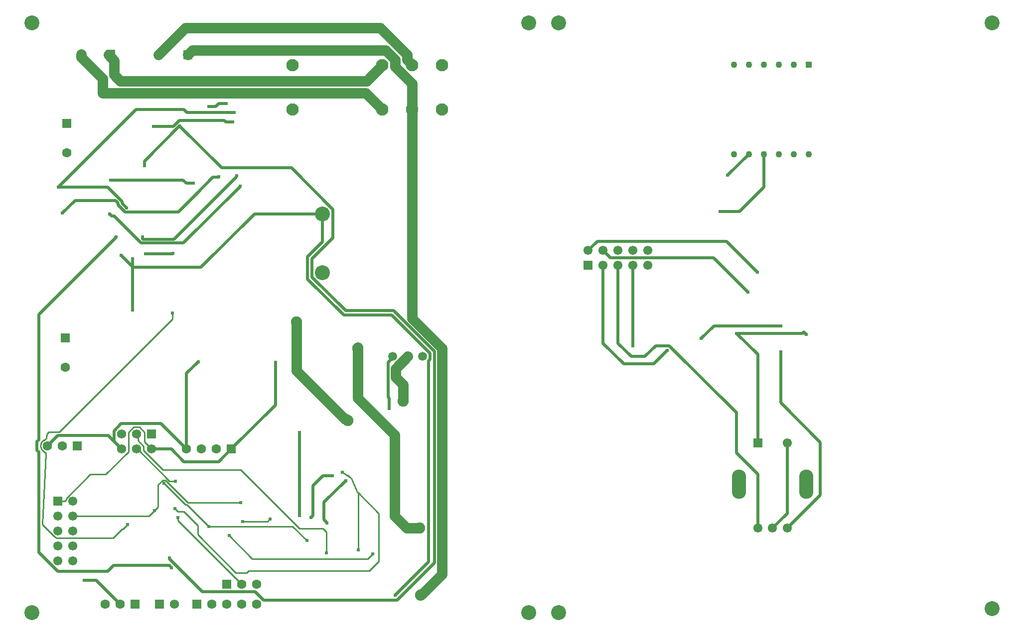
<source format=gbl>
G04*
G04 #@! TF.GenerationSoftware,Altium Limited,Altium Designer,23.2.1 (34)*
G04*
G04 Layer_Physical_Order=2*
G04 Layer_Color=16711680*
%FSLAX25Y25*%
%MOIN*%
G70*
G04*
G04 #@! TF.SameCoordinates,A037187A-46A6-4B3A-B22B-D3DDD371AF81*
G04*
G04*
G04 #@! TF.FilePolarity,Positive*
G04*
G01*
G75*
%ADD35C,0.06102*%
%ADD36R,0.06102X0.06102*%
G04:AMPARAMS|DCode=37|XSize=94.49mil|YSize=196.85mil|CornerRadius=47.24mil|HoleSize=0mil|Usage=FLASHONLY|Rotation=0.000|XOffset=0mil|YOffset=0mil|HoleType=Round|Shape=RoundedRectangle|*
%AMROUNDEDRECTD37*
21,1,0.09449,0.10236,0,0,0.0*
21,1,0.00000,0.19685,0,0,0.0*
1,1,0.09449,0.00000,-0.05118*
1,1,0.09449,0.00000,-0.05118*
1,1,0.09449,0.00000,0.05118*
1,1,0.09449,0.00000,0.05118*
%
%ADD37ROUNDEDRECTD37*%
%ADD43R,0.06181X0.06181*%
%ADD44C,0.06181*%
%ADD60C,0.02000*%
%ADD61C,0.07000*%
%ADD62C,0.00900*%
%ADD63C,0.04331*%
%ADD64R,0.04331X0.04331*%
%ADD65C,0.10000*%
%ADD66C,0.08268*%
%ADD67R,0.06102X0.06102*%
%ADD68R,0.06299X0.06299*%
%ADD69C,0.06299*%
%ADD70R,0.06299X0.06299*%
%ADD71C,0.05980*%
%ADD72C,0.02400*%
%ADD73C,0.07500*%
D35*
X515343Y123559D02*
D03*
X495657Y66472D02*
D03*
X505500D02*
D03*
X515343D02*
D03*
X392142Y242500D02*
D03*
X402142D02*
D03*
X412142D02*
D03*
X422142D02*
D03*
X382142Y252500D02*
D03*
X392142D02*
D03*
X402142D02*
D03*
X412142D02*
D03*
X422142D02*
D03*
X37500Y44500D02*
D03*
Y54500D02*
D03*
Y64500D02*
D03*
Y74500D02*
D03*
Y84500D02*
D03*
X27500Y44500D02*
D03*
Y54500D02*
D03*
Y64500D02*
D03*
Y74500D02*
D03*
D36*
X495657Y123559D02*
D03*
X382142Y242500D02*
D03*
D37*
X483059Y96000D02*
D03*
X527941D02*
D03*
D43*
X90000Y129500D02*
D03*
X95500Y15500D02*
D03*
D44*
X80000Y129500D02*
D03*
X70000D02*
D03*
X90000Y119500D02*
D03*
X80000D02*
D03*
X70000D02*
D03*
X105500Y15500D02*
D03*
D60*
X505500Y66472D02*
X515343Y76315D01*
Y123559D01*
X481500Y197000D02*
X495657Y182843D01*
Y123559D02*
Y182843D01*
X104540Y335500D02*
X108540Y339500D01*
X91454Y335500D02*
X104540D01*
X133000Y349000D02*
X135000Y351000D01*
X128500Y349000D02*
X133000D01*
X135000Y351000D02*
X139392D01*
X108000Y278300D02*
X120000Y290300D01*
X69700Y249100D02*
X77400Y241400D01*
X474700Y258600D02*
X495500Y237800D01*
X388242Y258600D02*
X474700D01*
X382142Y252500D02*
X388242Y258600D01*
X465900Y247700D02*
X489100Y224500D01*
X396942Y247700D02*
X465900D01*
X392142Y252500D02*
X396942Y247700D01*
X475500Y302858D02*
X489642Y317000D01*
X470500Y278400D02*
X483200D01*
X499642Y294842D01*
Y317000D01*
X90000Y119500D02*
X103209D01*
X111709Y111000D01*
X135000D01*
X143500Y119500D01*
X173000Y149000D01*
Y177400D01*
X108540Y339500D02*
X138800D01*
X139800Y338500D01*
X144200D01*
X20500Y121500D02*
X27500Y128500D01*
X61000D01*
X64909Y124591D01*
Y131609D01*
X96509Y136491D02*
X113500Y119500D01*
X64909Y124591D02*
X70000Y119500D01*
X64909Y131609D02*
X69791Y136491D01*
X96509D01*
X113500Y119500D02*
Y170100D01*
X121200Y177800D01*
X207000Y70500D02*
X207077Y70125D01*
X207000Y70500D02*
Y70608D01*
X205500Y72108D02*
X207000Y70608D01*
X205500Y72108D02*
Y83800D01*
X220000Y98300D01*
X249000Y146464D02*
Y153529D01*
X248300Y154229D02*
X249000Y153529D01*
X248300Y154229D02*
Y177638D01*
X251264Y180602D01*
Y181500D01*
X402142Y190158D02*
Y242500D01*
Y190158D02*
X410899Y181401D01*
X419963D01*
X427262Y188700D01*
X436325D01*
X481300Y143725D01*
Y117000D02*
Y143725D01*
Y117000D02*
X495657Y102643D01*
Y66472D02*
Y102643D01*
X412000Y188500D02*
X412077Y188577D01*
Y190935D01*
X412142Y191000D01*
Y242500D01*
X457700Y193500D02*
X466200Y202000D01*
X511000D01*
Y150500D02*
Y184500D01*
Y150500D02*
X537500Y124000D01*
Y88630D02*
Y124000D01*
X515343Y66472D02*
X537500Y88630D01*
X392142Y190258D02*
Y242500D01*
Y190258D02*
X405900Y176500D01*
X426000D01*
X435000Y185500D01*
X481500Y197000D02*
X525300D01*
X526300Y198000D01*
X528000Y196300D01*
X149000Y295000D02*
X149500D01*
X111500Y257500D02*
X149000Y295000D01*
X83182Y257500D02*
X111500D01*
X65000Y275682D02*
X83182Y257500D01*
X63427Y275682D02*
X65000D01*
X62108Y277000D02*
X63427Y275682D01*
X83923Y261431D02*
X84000Y260500D01*
X84500Y260000D01*
X105000D01*
X146700Y301700D01*
X30392Y277500D02*
X30500D01*
X39000Y286000D01*
X66036D01*
X67747Y284288D01*
Y282934D02*
Y284288D01*
Y282934D02*
X72382Y278300D01*
X108000D01*
X131123Y301423D02*
X134923D01*
X120000Y290300D02*
X131123Y301423D01*
X113596Y345000D02*
X145500D01*
X111596Y347000D02*
X113596Y345000D01*
X79800Y347000D02*
X111596D01*
X27700Y294900D02*
X79800Y347000D01*
X27700Y294900D02*
X60671D01*
X70247Y285324D01*
Y284253D02*
Y285324D01*
Y284253D02*
X73500Y281000D01*
X53000Y31500D02*
X69000Y15500D01*
X45000Y31500D02*
X53000D01*
X113300Y297500D02*
X118000D01*
X62800Y299700D02*
X111100D01*
X113300Y297500D01*
X189000Y75000D02*
Y130500D01*
X86000Y250300D02*
X104192D01*
X101971Y46029D02*
X124150Y23850D01*
X159432D01*
X164983Y18300D01*
X254325D01*
X279333Y43307D01*
Y184810D01*
X252059Y212084D02*
X279333Y184810D01*
X220017Y212084D02*
X252059D01*
X197500Y234601D02*
X220017Y212084D01*
X197500Y234601D02*
Y246910D01*
X211500Y260910D01*
Y279769D01*
X183523Y307746D02*
X211500Y279769D01*
X136854Y307746D02*
X183523D01*
X108800Y335800D02*
X136854Y307746D01*
X85200Y312200D02*
X108800Y335800D01*
X85200Y309200D02*
Y312200D01*
X66000Y261000D02*
X66077Y261431D01*
X14558Y209558D02*
X66000Y261000D01*
X14558Y125508D02*
Y209558D01*
X13450Y124401D02*
X14558Y125508D01*
X13450Y118599D02*
Y124401D01*
Y118599D02*
X14558Y117492D01*
Y50299D02*
Y117492D01*
Y50299D02*
X27357Y37500D01*
X60729D01*
X64729Y41500D01*
X102000D01*
X103500Y40000D01*
X198000Y74900D02*
Y95000D01*
X204700Y101700D01*
X196600Y73500D02*
X198000Y74900D01*
X204700Y101700D02*
X210900D01*
X123100Y241100D02*
X158870Y276870D01*
X204500D01*
X77700Y241100D02*
X123100D01*
X77400Y241400D02*
Y246900D01*
Y241400D02*
X77700Y241100D01*
X77400Y212400D02*
Y241400D01*
X204500Y258153D02*
Y276870D01*
X194500Y248153D02*
X204500Y258153D01*
X194500Y233358D02*
Y248153D01*
Y233358D02*
X218774Y209084D01*
X250816D01*
X276333Y183567D01*
Y179433D02*
Y183567D01*
X275350Y178450D02*
X276333Y179433D01*
X275350Y43850D02*
Y178450D01*
X253000Y21500D02*
X275350Y43850D01*
D61*
X270000Y22000D02*
X271500Y22500D01*
X270000Y22000D02*
Y22135D01*
X271500Y22500D02*
X284433Y35433D01*
X220269Y139596D02*
X221365Y138500D01*
X201699Y157301D02*
X219404Y139596D01*
X221365Y138500D02*
X221500D01*
X219404Y139596D02*
X220269D01*
X201699Y157301D02*
X201699D01*
X187000Y172000D02*
X201699Y157301D01*
X187000Y172000D02*
Y204500D01*
X61185Y383500D02*
X65000Y379685D01*
X253300Y173300D02*
X261500Y181500D01*
X253300Y167501D02*
Y173300D01*
Y167501D02*
X258404Y162397D01*
Y152096D02*
Y162397D01*
X284433Y35433D02*
Y186922D01*
X264343Y207012D02*
X284433Y186922D01*
X264343Y207012D02*
Y347000D01*
Y364317D01*
X253134Y375526D02*
X264343Y364317D01*
X253134Y375526D02*
Y380104D01*
X246838Y386400D02*
X253134Y380104D01*
X117243Y386400D02*
X246838D01*
X114343Y383500D02*
X117243Y386400D01*
X65000Y370101D02*
Y379685D01*
Y370101D02*
X69101Y366000D01*
X233972D01*
X244500Y376528D01*
X227900Y187000D02*
X227996Y187496D01*
X227900Y153600D02*
Y187000D01*
Y153600D02*
X252600Y128900D01*
Y74702D02*
Y128900D01*
Y74702D02*
X260707Y66596D01*
X269404D01*
X264343Y376528D02*
Y376871D01*
X261134Y380079D02*
X264343Y376871D01*
X261134Y380079D02*
Y383418D01*
X243051Y401500D02*
X261134Y383418D01*
X112657Y401500D02*
X243051D01*
X94657Y383500D02*
X112657Y401500D01*
X233500Y358000D02*
X244500Y347000D01*
X57500Y358000D02*
X233500D01*
X57500D02*
Y367500D01*
X43000Y382000D02*
X57500Y367500D01*
X43000Y382000D02*
Y384000D01*
D62*
X223618Y99885D02*
G03*
X221694Y101868I-3618J-1585D01*
G01*
X23437Y62563D02*
G03*
X25563Y60437I4063J1937D01*
G01*
X17986Y125352D02*
G03*
X18296Y117463I2514J-3852D01*
G01*
X19338Y116401D02*
G03*
X19338Y116402I-900J1D01*
G01*
X19336Y116354D02*
G03*
X19337Y116365I-899J48D01*
G01*
X228200Y90100D02*
X242000Y76300D01*
X223618Y99885D02*
X223618D01*
X217615Y103805D02*
X223618Y99885D01*
X88310Y74500D02*
X92110Y78300D01*
X25563Y60437D02*
X26001Y59999D01*
X23437Y62563D02*
X25563Y60437D01*
X17986Y125352D02*
X19310Y126216D01*
X19338Y116401D02*
X19338Y116774D01*
X19336Y116354D02*
X19338Y116381D01*
X17139Y68861D02*
X23437Y62563D01*
X27500Y84500D02*
X31901D01*
X32999Y85598D01*
Y86364D01*
X49086Y102451D01*
X59373D01*
X74541Y117619D01*
Y130462D01*
X78119Y134041D01*
X81881D01*
X85435Y130486D01*
Y124065D02*
Y130486D01*
Y124065D02*
X90000Y119500D01*
X113700Y82300D02*
X128500Y67500D01*
X184500D01*
X193900Y58100D01*
X98241Y96241D02*
X98500Y96500D01*
X112700Y82300D01*
X113700D01*
X142000Y61500D02*
X157500Y46000D01*
X234800D01*
X238000Y49200D01*
X80000Y129500D02*
X80862Y128638D01*
Y125059D02*
Y128638D01*
Y125059D02*
X84565Y121356D01*
Y118514D02*
Y121356D01*
Y118514D02*
X97560Y105518D01*
X149582D01*
X189000Y66100D01*
X204800D01*
X206900Y64000D01*
Y50000D02*
Y64000D01*
X105600Y79500D02*
X107650Y77450D01*
X111750D01*
X120959Y68241D01*
Y62079D02*
Y68241D01*
Y62079D02*
X146356Y36681D01*
X153831D01*
X155100Y37950D01*
X235650D01*
X242000Y44300D01*
Y76300D01*
X223618Y99885D02*
X227673Y90627D01*
X228200Y52000D02*
Y90100D01*
X227673Y90627D02*
X228200Y90100D01*
X217615Y103805D02*
X223618Y99885D01*
X107800Y71700D02*
X150500Y29000D01*
X107800Y71700D02*
Y73500D01*
X80000Y119500D02*
X80520D01*
X102020Y98000D01*
X106000D01*
X37500Y74500D02*
X88310D01*
X94500Y80690D02*
Y95541D01*
X97609Y98650D01*
X99391D01*
X114341Y83700D02*
X149800D01*
X92110Y78300D02*
X94500Y80690D01*
X99391Y98650D02*
X114341Y83700D01*
X17139Y69255D02*
X19336Y116354D01*
X17139Y68861D02*
Y69255D01*
X19338Y116381D02*
Y116774D01*
X19074Y117038D02*
X19338Y116774D01*
X18296Y117463D02*
X19074Y117038D01*
X26001Y59999D02*
X64499D01*
X70500Y66000D01*
X71000D01*
X74000Y69000D01*
X19310Y126216D02*
X19821Y126726D01*
X19948Y129448D01*
X21450Y130950D01*
X28450D01*
X104000Y206500D01*
Y210500D01*
X151094Y71000D02*
X167594D01*
X169094Y72500D01*
D63*
X529642Y317000D02*
D03*
X519642D02*
D03*
X509642D02*
D03*
X499642D02*
D03*
X489642D02*
D03*
X479642D02*
D03*
Y377000D02*
D03*
X489642D02*
D03*
X499642D02*
D03*
X509642D02*
D03*
X519642D02*
D03*
D64*
X529642D02*
D03*
D65*
X204500Y237500D02*
D03*
Y276870D02*
D03*
X10000Y405000D02*
D03*
X342500D02*
D03*
X362500D02*
D03*
X652500D02*
D03*
Y12500D02*
D03*
X362500Y10000D02*
D03*
X342500D02*
D03*
X10000D02*
D03*
D66*
X184421Y347000D02*
D03*
X244500D02*
D03*
X264343D02*
D03*
X284185D02*
D03*
Y376528D02*
D03*
X264343D02*
D03*
X244500D02*
D03*
X184421D02*
D03*
D67*
X27500Y84500D02*
D03*
D68*
X40500Y121500D02*
D03*
X120500Y15500D02*
D03*
X79000D02*
D03*
X143500Y119500D02*
D03*
X140500Y29000D02*
D03*
X62685Y384000D02*
D03*
X114343Y383500D02*
D03*
D69*
X30500Y121500D02*
D03*
X20500D02*
D03*
X140500Y15500D02*
D03*
X130500D02*
D03*
X150500D02*
D03*
X160500D02*
D03*
X32500Y174157D02*
D03*
X69000Y15500D02*
D03*
X59000D02*
D03*
X133500Y119500D02*
D03*
X123500D02*
D03*
X113500D02*
D03*
X150500Y29000D02*
D03*
X160500D02*
D03*
X33500Y318000D02*
D03*
X43000Y384000D02*
D03*
X94657Y383500D02*
D03*
D70*
X32500Y193843D02*
D03*
X33500Y337685D02*
D03*
D71*
X271343Y181500D02*
D03*
X261500D02*
D03*
X251264D02*
D03*
D72*
X102000Y46500D02*
D03*
X98500Y96500D02*
D03*
X207500Y70000D02*
D03*
X91500Y335500D02*
D03*
X30500Y277500D02*
D03*
X104500Y250500D02*
D03*
X62000Y277000D02*
D03*
X84000Y261500D02*
D03*
X66500D02*
D03*
X149500Y295500D02*
D03*
X147000Y302500D02*
D03*
X135000Y302000D02*
D03*
X140000Y351000D02*
D03*
X128500Y349000D02*
D03*
X169500Y72500D02*
D03*
X151000Y71000D02*
D03*
X495500Y237800D02*
D03*
X489100Y224500D02*
D03*
X475500Y302858D02*
D03*
X470500Y278400D02*
D03*
X173000Y177400D02*
D03*
X144200Y338500D02*
D03*
X193900Y58100D02*
D03*
X128500Y67500D02*
D03*
X121200Y177800D02*
D03*
X220000Y98300D02*
D03*
X249000Y146464D02*
D03*
X412000Y188500D02*
D03*
X457700Y193500D02*
D03*
X511000Y202000D02*
D03*
Y184500D02*
D03*
X435000Y185500D02*
D03*
X481500Y197000D02*
D03*
X528000Y196300D02*
D03*
X142000Y61500D02*
D03*
X238000Y49200D02*
D03*
X206900Y50000D02*
D03*
X105600Y79500D02*
D03*
X228200Y52000D02*
D03*
X217615Y103805D02*
D03*
X120000Y290300D02*
D03*
X145500Y345000D02*
D03*
X27700Y294900D02*
D03*
X73500Y281000D02*
D03*
X45000Y31500D02*
D03*
X107800Y73500D02*
D03*
X106000Y98000D02*
D03*
X149800Y83700D02*
D03*
X92110Y78300D02*
D03*
X62800Y299700D02*
D03*
X118000Y297500D02*
D03*
X189000Y75000D02*
D03*
Y130500D02*
D03*
X86000Y250300D02*
D03*
X74000Y69000D02*
D03*
X104000Y210500D02*
D03*
X85200Y309200D02*
D03*
X108800Y335800D02*
D03*
X103500Y40000D02*
D03*
X196600Y73500D02*
D03*
X210900Y101700D02*
D03*
X69700Y249100D02*
D03*
X77400Y246900D02*
D03*
Y212400D02*
D03*
X253000Y21500D02*
D03*
D73*
X270000D02*
D03*
X269500Y66500D02*
D03*
X258500Y151500D02*
D03*
X221500Y138500D02*
D03*
X228000Y187000D02*
D03*
X187000Y204500D02*
D03*
M02*

</source>
